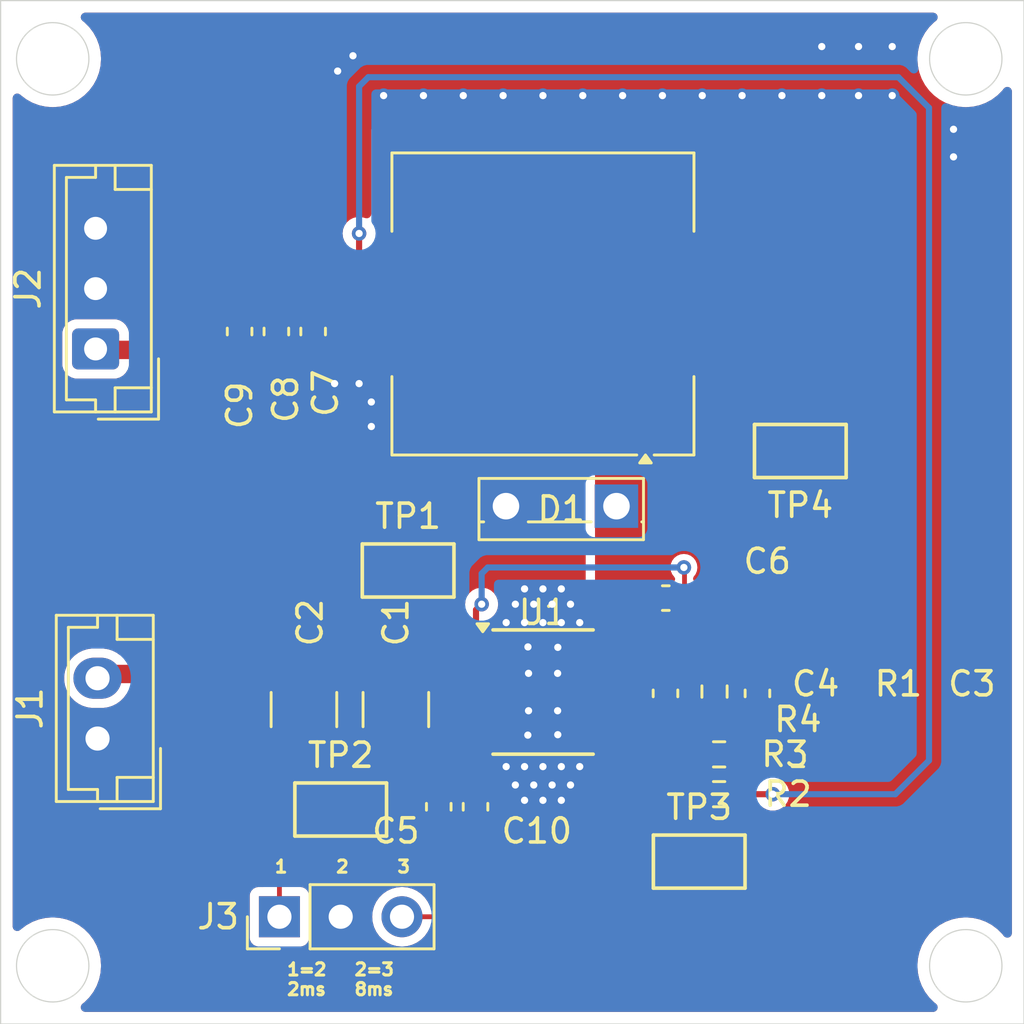
<source format=kicad_pcb>
(kicad_pcb (version 20241229) (generator "pcbnew") (generator_version "9.0")
  (layers (0 "F.Cu" signal "Top Signal") (4 "In1.Cu" power "Gnd 1") (6 "In2.Cu" power "Gnd 2") (2 "B.Cu" signal "Bottom Signal") (13 "F.Paste" user) (15 "B.Paste" user) (5 "F.SilkS" user "F.Silkscreen") (7 "B.SilkS" user "B.Silkscreen") (1 "F.Mask" user) (3 "B.Mask" user) (25 "Edge.Cuts" user))
  (net 0 "")
  (net 1 "GND")
  (net 2 "+12V")
  (net 3 "Net-(C3-Pad1)")
  (net 4 "COMP")
  (net 5 "PH")
  (net 6 "BOOT")
  (net 7 "VSENSE")
  (net 9 "Net-(R3-Pad1)")
  (net 10 "SS1")
  (net 11 "Net-(U1-SS)")
  (net 12 "SS2")
  (net 13 "/+5V")
  (footprint "TestPoint:TestPoint_Keystone_5015_Micro-Minature" (layer "F.Cu") (at 70.104 66.929)
    (property "Reference" "TP1" (at 0 -2.25 0) (layer "F.SilkS"))
    (property "Value" "TestPoint")
    (fp_line (start -1.9 -1.1) (end 1.9 -1.1) (stroke (width 0.15)) (layer "F.SilkS"))
    (fp_line (start -1.9 1.1) (end -1.9 -1.1) (stroke (width 0.15)) (layer "F.SilkS"))
    (fp_line (start 1.9 -1.1) (end 1.9 1.1) (stroke (width 0.15)) (layer "F.SilkS"))
    (fp_line (start 1.9 1.1) (end -1.9 1.1) (stroke (width 0.15)) (layer "F.SilkS"))
    (pad "1" smd rect (at 0 0) (size 3.4 1.8) (layers "F.Cu" "F.Mask" "F.Paste") (net 2 "+12V"))
  )
  (footprint "Resistor_SMD:R_0603_1608Metric" (layer "F.Cu") (at 86.261701 74.535709)
    (property "Reference" "R4" (at 0 -1.43 0) (layer "F.SilkS"))
    (property "Value" "390")
    (fp_line (start -0.237258 -0.5225) (end 0.237258 -0.5225) (stroke (width 0.12)) (layer "F.SilkS"))
    (fp_line (start -0.237258 0.5225) (end 0.237258 0.5225) (stroke (width 0.12)) (layer "F.SilkS"))
    (pad "1" smd roundrect (at -0.825 0) (size 0.8 0.95) (layers "F.Cu" "F.Mask" "F.Paste") (net 9 "Net-(R3-Pad1)"))
    (pad "2" smd roundrect (at 0.825 0) (size 0.8 0.95) (layers "F.Cu" "F.Mask" "F.Paste") (net 1 "GND"))
  )
  (footprint "Inductor_SMD:L_Coilcraft_MSS1278T-XXX" (layer "F.Cu") (at 75.692 55.88 180)
    (property "Reference" "L1" (hide yes))
    (property "Value" "12uH")
    (fp_line (start 6.26 6.26) (end 6.26 3.01) (stroke (width 0.12)) (layer "F.SilkS"))
    (fp_line (start 6.26 -6.26) (end 6.26 -3.01) (stroke (width 0.12)) (layer "F.SilkS"))
    (fp_line (start -3.89 -6.26) (end 6.26 -6.26) (stroke (width 0.12)) (layer "F.SilkS"))
    (fp_line (start -6.26 6.26) (end 6.26 6.26) (stroke (width 0.12)) (layer "F.SilkS"))
    (fp_line (start -6.26 6.26) (end -6.26 3.01) (stroke (width 0.12)) (layer "F.SilkS"))
    (fp_line (start -6.26 -6.26) (end -4.61 -6.26) (stroke (width 0.12)) (layer "F.SilkS"))
    (fp_line (start -6.26 -6.26) (end -6.26 -3.01) (stroke (width 0.12)) (layer "F.SilkS"))
    (fp_poly (pts (xy -4.25 -6.26) (xy -4.49 -6.59) (xy -4.01 -6.59) (xy -4.25 -6.26)) (stroke (width 0.12)) (fill yes) (layer "F.SilkS"))
    (pad "1" smd roundrect (at -4.25 0 180) (size 4 5.5) (layers "F.Cu" "F.Mask" "F.Paste") (net 5 "PH"))
    (pad "2" smd roundrect (at 4.25 0 180) (size 4 5.5) (layers "F.Cu" "F.Mask" "F.Paste") (net 13 "/+5V"))
  )
  (footprint "Resistor_SMD:R_0603_1608Metric" (layer "F.Cu") (at 82.995 74.549)
    (property "Reference" "R3" (at 2.73 0 0) (layer "F.SilkS"))
    (property "Value" "1.5k")
    (fp_line (start -0.237258 -0.5225) (end 0.237258 -0.5225) (stroke (width 0.12)) (layer "F.SilkS"))
    (fp_line (start -0.237258 0.5225) (end 0.237258 0.5225) (stroke (width 0.12)) (layer "F.SilkS"))
    (pad "1" smd roundrect (at -0.825 0) (size 0.8 0.95) (layers "F.Cu" "F.Mask" "F.Paste") (net 9 "Net-(R3-Pad1)"))
    (pad "2" smd roundrect (at 0.825 0) (size 0.8 0.95) (layers "F.Cu" "F.Mask" "F.Paste") (net 7 "VSENSE"))
  )
  (footprint "Capacitor_SMD:C_0603_1608Metric" (layer "F.Cu") (at 84.583 72.022 -90)
    (property "Reference" "C3" (at -0.394 -8.89 180) (layer "F.SilkS"))
    (property "Value" "1nF")
    (fp_line (start -0.14058 0.51) (end 0.14058 0.51) (stroke (width 0.12)) (layer "F.SilkS"))
    (fp_line (start -0.14058 -0.51) (end 0.14058 -0.51) (stroke (width 0.12)) (layer "F.SilkS"))
    (pad "1" smd roundrect (at -0.775 0 270) (size 0.9 0.95) (layers "F.Cu" "F.Mask" "F.Paste") (net 3 "Net-(C3-Pad1)"))
    (pad "2" smd roundrect (at 0.775 0 270) (size 0.9 0.95) (layers "F.Cu" "F.Mask" "F.Paste") (net 1 "GND"))
  )
  (footprint "Connector_PinHeader_2.54mm:PinHeader_1x03_P2.54mm_Vertical" (layer "F.Cu") (at 64.77 81.28 90)
    (property "Reference" "J3" (at 0 -2.54 180) (layer "F.SilkS"))
    (property "Value" "Slow Start")
    (fp_line (start -1.33 -1.33) (end 0 -1.33) (stroke (width 0.12)) (layer "F.SilkS"))
    (fp_line (start -1.33 0) (end -1.33 -1.33) (stroke (width 0.12)) (layer "F.SilkS"))
    (fp_line (start 1.33 1.27) (end 1.33 6.41) (stroke (width 0.12)) (layer "F.SilkS"))
    (fp_line (start -1.33 1.27) (end 1.33 1.27) (stroke (width 0.12)) (layer "F.SilkS"))
    (fp_line (start -1.33 1.27) (end -1.33 6.41) (stroke (width 0.12)) (layer "F.SilkS"))
    (fp_line (start -1.33 6.41) (end 1.33 6.41) (stroke (width 0.12)) (layer "F.SilkS"))
    (pad "1" thru_hole rect (at 0 0 90) (size 1.7 1.7) (drill 1) (layers "*.Cu" "*.Mask") (net 10 "SS1"))
    (pad "2" thru_hole oval (at 0 2.54 90) (size 1.7 1.7) (drill 1) (layers "*.Cu" "*.Mask") (net 1 "GND"))
    (pad "3" thru_hole oval (at 0 5.08 90) (size 1.7 1.7) (drill 1) (layers "*.Cu" "*.Mask") (net 12 "SS2"))
  )
  (footprint "TestPoint:TestPoint_Keystone_5015_Micro-Minature" (layer "F.Cu") (at 67.31 76.835)
    (property "Reference" "TP2" (at 0 -2.25 0) (layer "F.SilkS"))
    (property "Value" "TestPoint")
    (fp_line (start -1.9 -1.1) (end 1.9 -1.1) (stroke (width 0.15)) (layer "F.SilkS"))
    (fp_line (start -1.9 1.1) (end -1.9 -1.1) (stroke (width 0.15)) (layer "F.SilkS"))
    (fp_line (start 1.9 -1.1) (end 1.9 1.1) (stroke (width 0.15)) (layer "F.SilkS"))
    (fp_line (start 1.9 1.1) (end -1.9 1.1) (stroke (width 0.15)) (layer "F.SilkS"))
    (pad "1" smd rect (at 0 0) (size 3.4 1.8) (layers "F.Cu" "F.Mask" "F.Paste") (net 11 "Net-(U1-SS)"))
  )
  (footprint "Capacitor_SMD:C_0603_1608Metric" (layer "F.Cu") (at 71.374 76.721 90)
    (property "Reference" "C5" (at -1.003 -1.778 180) (layer "F.SilkS"))
    (property "Value" "5nF")
    (fp_line (start -0.14058 -0.51) (end 0.14058 -0.51) (stroke (width 0.12)) (layer "F.SilkS"))
    (fp_line (start -0.14058 0.51) (end 0.14058 0.51) (stroke (width 0.12)) (layer "F.SilkS"))
    (pad "1" smd roundrect (at -0.775 0 90) (size 0.9 0.95) (layers "F.Cu" "F.Mask" "F.Paste") (net 10 "SS1"))
    (pad "2" smd roundrect (at 0.775 0 90) (size 0.9 0.95) (layers "F.Cu" "F.Mask" "F.Paste") (net 11 "Net-(U1-SS)"))
  )
  (footprint "Resistor_SMD:R_0603_1608Metric" (layer "F.Cu") (at 82.995 76.2 180)
    (property "Reference" "R2" (at -2.857 0 0) (layer "F.SilkS"))
    (property "Value" "10k")
    (fp_line (start -0.237258 0.5225) (end 0.237258 0.5225) (stroke (width 0.12)) (layer "F.SilkS"))
    (fp_line (start -0.237258 -0.5225) (end 0.237258 -0.5225) (stroke (width 0.12)) (layer "F.SilkS"))
    (pad "1" smd roundrect (at -0.825 0 180) (size 0.8 0.95) (layers "F.Cu" "F.Mask" "F.Paste") (net 13 "/+5V"))
    (pad "2" smd roundrect (at 0.825 0 180) (size 0.8 0.95) (layers "F.Cu" "F.Mask" "F.Paste") (net 7 "VSENSE"))
  )
  (footprint "Package_TO_SOT_THT:TO-251-2_Vertical" (layer "F.Cu") (at 78.74 64.262 180)
    (property "Reference" "D1" (at 2.29 -0.12 0) (layer "F.SilkS"))
    (property "Value" "950mV 10A" (hide yes))
    (fp_line (start 5.7 -1.39) (end 5.7 1.15) (stroke (width 0.12)) (layer "F.SilkS"))
    (fp_line (start 5.505 -0.651) (end 5.7 -0.651) (stroke (width 0.12)) (layer "F.SilkS"))
    (fp_line (start 1.05 -0.651) (end 3.656 -0.651) (stroke (width 0.12)) (layer "F.SilkS"))
    (fp_line (start -1.12 1.15) (end 5.7 1.15) (stroke (width 0.12)) (layer "F.SilkS"))
    (fp_line (start -1.12 -0.651) (end -1.05 -0.651) (stroke (width 0.12)) (layer "F.SilkS"))
    (fp_line (start -1.12 -1.39) (end 5.7 -1.39) (stroke (width 0.12)) (layer "F.SilkS"))
    (fp_line (start -1.12 -1.39) (end -1.12 1.15) (stroke (width 0.12)) (layer "F.SilkS"))
    (pad "1" thru_hole rect (at 0 0 180) (size 1.8 1.8) (drill 1.1) (layers "*.Cu" "*.Mask") (net 5 "PH"))
    (pad "2" thru_hole circle (at 4.58 0 180) (size 1.8 1.8) (drill 1.1) (layers "*.Cu" "*.Mask") (net 1 "GND"))
  )
  (footprint "Capacitor_SMD:C_0603_1608Metric" (layer "F.Cu") (at 63.119 57.023 90)
    (property "Reference" "C9" (at -3.061 0 90) (layer "F.SilkS"))
    (property "Value" "47uF")
    (fp_line (start -0.14058 -0.51) (end 0.14058 -0.51) (stroke (width 0.12)) (layer "F.SilkS"))
    (fp_line (start -0.14058 0.51) (end 0.14058 0.51) (stroke (width 0.12)) (layer "F.SilkS"))
    (pad "1" smd roundrect (at -0.775 0 90) (size 0.9 0.95) (layers "F.Cu" "F.Mask" "F.Paste") (net 13 "/+5V"))
    (pad "2" smd roundrect (at 0.775 0 90) (size 0.9 0.95) (layers "F.Cu" "F.Mask" "F.Paste") (net 1 "GND"))
  )
  (footprint "Capacitor_SMD:C_1210_3225Metric" (layer "F.Cu") (at 65.786 72.693 -90)
    (property "Reference" "C2" (at -3.605 -0.254 270) (layer "F.SilkS"))
    (property "Value" "22uF")
    (fp_line (start -0.711252 1.36) (end 0.711252 1.36) (stroke (width 0.12)) (layer "F.SilkS"))
    (fp_line (start -0.711252 -1.36) (end 0.711252 -1.36) (stroke (width 0.12)) (layer "F.SilkS"))
    (pad "1" smd roundrect (at -1.475 0 270) (size 1.15 2.7) (layers "F.Cu" "F.Mask" "F.Paste") (roundrect_rratio 0.217391) (net 2 "+12V"))
    (pad "2" smd roundrect (at 1.475 0 270) (size 1.15 2.7) (layers "F.Cu" "F.Mask" "F.Paste") (roundrect_rratio 0.217391) (net 1 "GND"))
  )
  (footprint "Capacitor_SMD:C_1210_3225Metric" (layer "F.Cu") (at 69.596 72.693 -90)
    (property "Reference" "C1" (at -3.605 0 270) (layer "F.SilkS"))
    (property "Value" "22uF")
    (fp_line (start -0.711252 1.36) (end 0.711252 1.36) (stroke (width 0.12)) (layer "F.SilkS"))
    (fp_line (start -0.711252 -1.36) (end 0.711252 -1.36) (stroke (width 0.12)) (layer "F.SilkS"))
    (pad "1" smd roundrect (at -1.475 0 270) (size 1.15 2.7) (layers "F.Cu" "F.Mask" "F.Paste") (roundrect_rratio 0.217391) (net 2 "+12V"))
    (pad "2" smd roundrect (at 1.475 0 270) (size 1.15 2.7) (layers "F.Cu" "F.Mask" "F.Paste") (roundrect_rratio 0.217391) (net 1 "GND"))
  )
  (footprint "Capacitor_SMD:C_0603_1608Metric" (layer "F.Cu") (at 72.898 76.721 90)
    (property "Reference" "C10" (at -1.003 2.54 180) (layer "F.SilkS"))
    (property "Value" "20nF")
    (fp_line (start -0.14058 -0.51) (end 0.14058 -0.51) (stroke (width 0.12)) (layer "F.SilkS"))
    (fp_line (start -0.14058 0.51) (end 0.14058 0.51) (stroke (width 0.12)) (layer "F.SilkS"))
    (pad "1" smd roundrect (at -0.775 0 90) (size 0.9 0.95) (layers "F.Cu" "F.Mask" "F.Paste") (net 12 "SS2"))
    (pad "2" smd roundrect (at 0.775 0 90) (size 0.9 0.95) (layers "F.Cu" "F.Mask" "F.Paste") (net 11 "Net-(U1-SS)"))
  )
  (footprint "TestPoint:TestPoint_Keystone_5015_Micro-Minature" (layer "F.Cu") (at 86.36 61.976 180)
    (property "Reference" "TP4" (at 0 -2.25 0) (layer "F.SilkS"))
    (property "Value" "TestPoint")
    (fp_line (start 1.9 1.1) (end -1.9 1.1) (stroke (width 0.15)) (layer "F.SilkS"))
    (fp_line (start 1.9 -1.1) (end 1.9 1.1) (stroke (width 0.15)) (layer "F.SilkS"))
    (fp_line (start -1.9 1.1) (end -1.9 -1.1) (stroke (width 0.15)) (layer "F.SilkS"))
    (fp_line (start -1.9 -1.1) (end 1.9 -1.1) (stroke (width 0.15)) (layer "F.SilkS"))
    (pad "1" smd rect (at 0 0 180) (size 3.4 1.8) (layers "F.Cu" "F.Mask" "F.Paste") (net 5 "PH"))
  )
  (footprint "Connector_JST:JST_EH_B3B-EH-A_1x03_P2.50mm_Vertical" (layer "F.Cu") (at 57.15 57.745 90)
    (property "Reference" "J2" (at 2.5 -2.8 90) (layer "F.SilkS"))
    (property "Value" "Conn_01x03_Socket")
    (fp_line (start 7.61 -1.71) (end -2.61 -1.71) (stroke (width 0.12)) (layer "F.SilkS"))
    (fp_line (start -2.61 -1.71) (end -2.61 2.31) (stroke (width 0.12)) (layer "F.SilkS"))
    (fp_line (start 7.11 -1.21) (end 7.11 0) (stroke (width 0.12)) (layer "F.SilkS"))
    (fp_line (start -2.11 -1.21) (end 7.11 -1.21) (stroke (width 0.12)) (layer "F.SilkS"))
    (fp_line (start 7.11 0) (end 7.61 0) (stroke (width 0.12)) (layer "F.SilkS"))
    (fp_line (start -2.11 0) (end -2.11 -1.21) (stroke (width 0.12)) (layer "F.SilkS"))
    (fp_line (start -2.61 0) (end -2.11 0) (stroke (width 0.12)) (layer "F.SilkS"))
    (fp_line (start -2.91 0.11) (end -2.91 2.61) (stroke (width 0.12)) (layer "F.SilkS"))
    (fp_line (start 7.61 0.81) (end 6.61 0.81) (stroke (width 0.12)) (layer "F.SilkS"))
    (fp_line (start 6.61 0.81) (end 6.61 2.31) (stroke (width 0.12)) (layer "F.SilkS"))
    (fp_line (start -1.61 0.81) (end -1.61 2.31) (stroke (width 0.12)) (layer "F.SilkS"))
    (fp_line (start -2.61 0.81) (end -1.61 0.81) (stroke (width 0.12)) (layer "F.SilkS"))
    (fp_line (start 7.61 2.31) (end 7.61 -1.71) (stroke (width 0.12)) (layer "F.SilkS"))
    (fp_line (start -2.61 2.31) (end 7.61 2.31) (stroke (width 0.12)) (layer "F.SilkS"))
    (fp_line (start -2.91 2.61) (end -0.41 2.61) (stroke (width 0.12)) (layer "F.SilkS"))
    (pad "1" thru_hole roundrect (at 0 0 90) (size 1.7 1.95) (drill 0.95) (layers "*.Cu" "*.Mask") (roundrect_rratio 0.147059) (net 13 "/+5V"))
    (pad "2" thru_hole oval (at 2.5 0 90) (size 1.7 1.95) (drill 0.95) (layers "*.Cu" "*.Mask"))
    (pad "3" thru_hole oval (at 5 0 90) (size 1.7 1.95) (drill 0.95) (layers "*.Cu" "*.Mask") (net 1 "GND"))
  )
  (footprint "Resistor_SMD:R_0603_1608Metric" (layer "F.Cu") (at 82.804 71.946 90)
    (property "Reference" "R1" (at 0.318 7.62 180) (layer "F.SilkS"))
    (property "Value" "50k")
    (fp_line (start -0.237258 -0.5225) (end 0.237258 -0.5225) (stroke (width 0.12)) (layer "F.SilkS"))
    (fp_line (start -0.237258 0.5225) (end 0.237258 0.5225) (stroke (width 0.12)) (layer "F.SilkS"))
    (pad "1" smd roundrect (at -0.825 0 90) (size 0.8 0.95) (layers "F.Cu" "F.Mask" "F.Paste") (net 4 "COMP"))
    (pad "2" smd roundrect (at 0.825 0 90) (size 0.8 0.95) (layers "F.Cu" "F.Mask" "F.Paste") (net 3 "Net-(C3-Pad1)"))
  )
  (footprint "Capacitor_SMD:C_0603_1608Metric" (layer "F.Cu") (at 80.772 72.022 90)
    (property "Reference" "C4" (at 0.394 6.223 180) (layer "F.SilkS"))
    (property "Value" "10pF")
    (fp_line (start -0.14058 -0.51) (end 0.14058 -0.51) (stroke (width 0.12)) (layer "F.SilkS"))
    (fp_line (start -0.14058 0.51) (end 0.14058 0.51) (stroke (width 0.12)) (layer "F.SilkS"))
    (pad "1" smd roundrect (at -0.775 0 90) (size 0.9 0.95) (layers "F.Cu" "F.Mask" "F.Paste") (net 4 "COMP"))
    (pad "2" smd roundrect (at 0.775 0 90) (size 0.9 0.95) (layers "F.Cu" "F.Mask" "F.Paste") (net 1 "GND"))
  )
  (footprint "Capacitor_SMD:C_0603_1608Metric" (layer "F.Cu") (at 66.167 57.023 90)
    (property "Reference" "C7" (at -2.553 0.508 90) (layer "F.SilkS"))
    (property "Value" "47uF")
    (fp_line (start -0.14058 -0.51) (end 0.14058 -0.51) (stroke (width 0.12)) (layer "F.SilkS"))
    (fp_line (start -0.14058 0.51) (end 0.14058 0.51) (stroke (width 0.12)) (layer "F.SilkS"))
    (pad "1" smd roundrect (at -0.775 0 90) (size 0.9 0.95) (layers "F.Cu" "F.Mask" "F.Paste") (net 13 "/+5V"))
    (pad "2" smd roundrect (at 0.775 0 90) (size 0.9 0.95) (layers "F.Cu" "F.Mask" "F.Paste") (net 1 "GND"))
  )
  (footprint "Connector_JST:JST_EH_B2B-EH-A_1x02_P2.50mm_Vertical" (layer "F.Cu") (at 57.231 73.894 90)
    (property "Reference" "J1" (at 1.25 -2.8 90) (layer "F.SilkS"))
    (property "Value" "+12V In")
    (fp_line (start 5.11 -1.71) (end -2.61 -1.71) (stroke (width 0.12)) (layer "F.SilkS"))
    (fp_line (start -2.61 -1.71) (end -2.61 2.31) (stroke (width 0.12)) (layer "F.SilkS"))
    (fp_line (start 4.61 -1.21) (end 4.61 0) (stroke (width 0.12)) (layer "F.SilkS"))
    (fp_line (start -2.11 -1.21) (end 4.61 -1.21) (stroke (width 0.12)) (layer "F.SilkS"))
    (fp_line (start 4.61 0) (end 5.11 0) (stroke (width 0.12)) (layer "F.SilkS"))
    (fp_line (start -2.11 0) (end -2.11 -1.21) (stroke (width 0.12)) (layer "F.SilkS"))
    (fp_line (start -2.61 0) (end -2.11 0) (stroke (width 0.12)) (layer "F.SilkS"))
    (fp_line (start -2.91 0.11) (end -2.91 2.61) (stroke (width 0.12)) (layer "F.SilkS"))
    (fp_line (start 5.11 0.81) (end 4.11 0.81) (stroke (width 0.12)) (layer "F.SilkS"))
    (fp_line (start 4.11 0.81) (end 4.11 2.31) (stroke (width 0.12)) (layer "F.SilkS"))
    (fp_line (start -1.61 0.81) (end -1.61 2.31) (stroke (width 0.12)) (layer "F.SilkS"))
    (fp_line (start -2.61 0.81) (end -1.61 0.81) (stroke (width 0.12)) (layer "F.SilkS"))
    (fp_line (start 5.11 2.31) (end 5.11 -1.71) (stroke (width 0.12)) (layer "F.SilkS"))
    (fp_line (start -2.61 2.31) (end 5.11 2.31) (stroke (width 0.12)) (layer "F.SilkS"))
    (fp_line (start -2.91 2.61) (end -0.41 2.61) (stroke (width 0.12)) (layer "F.SilkS"))
    (pad "1" thru_hole roundrect (at 0 0 90) (size 1.7 2) (drill 1) (layers "*.Cu" "*.Mask") (roundrect_rratio 0.147059))
    (pad "2" thru_hole oval (at 2.5 0 90) (size 1.7 2) (drill 1) (layers "*.Cu" "*.Mask"))
  )
  (footprint "Capacitor_SMD:C_0603_1608Metric" (layer "F.Cu") (at 64.643 57.023 90)
    (property "Reference" "C8" (at -2.807 0.381 90) (layer "F.SilkS"))
    (property "Value" "47uF")
    (fp_line (start -0.14058 -0.51) (end 0.14058 -0.51) (stroke (width 0.12)) (layer "F.SilkS"))
    (fp_line (start -0.14058 0.51) (end 0.14058 0.51) (stroke (width 0.12)) (layer "F.SilkS"))
    (pad "1" smd roundrect (at -0.775 0 90) (size 0.9 0.95) (layers "F.Cu" "F.Mask" "F.Paste") (net 13 "/+5V"))
    (pad "2" smd roundrect (at 0.775 0 90) (size 0.9 0.95) (layers "F.Cu" "F.Mask" "F.Paste") (net 1 "GND"))
  )
  (footprint "TestPoint:TestPoint_Keystone_5015_Micro-Minature" (layer "F.Cu") (at 82.169 78.994)
    (property "Reference" "TP3" (at 0 -2.25 0) (layer "F.SilkS"))
    (property "Value" "TestPoint")
    (fp_line (start -1.9 -1.1) (end 1.9 -1.1) (stroke (width 0.15)) (layer "F.SilkS"))
    (fp_line (start -1.9 1.1) (end -1.9 -1.1) (stroke (width 0.15)) (layer "F.SilkS"))
    (fp_line (start 1.9 -1.1) (end 1.9 1.1) (stroke (width 0.15)) (layer "F.SilkS"))
    (fp_line (start 1.9 1.1) (end -1.9 1.1) (stroke (width 0.15)) (layer "F.SilkS"))
    (pad "1" smd rect (at 0 0) (size 3.4 1.8) (layers "F.Cu" "F.Mask" "F.Paste") (net 7 "VSENSE"))
  )
  (footprint "Capacitor_SMD:C_0603_1608Metric" (layer "F.Cu") (at 80.785 68.072 180)
    (property "Reference" "C6" (at -4.204 1.524 0) (layer "F.SilkS"))
    (property "Value" "100nF")
    (fp_line (start -0.14058 0.51) (end 0.14058 0.51) (stroke (width 0.12)) (layer "F.SilkS"))
    (fp_line (start -0.14058 -0.51) (end 0.14058 -0.51) (stroke (width 0.12)) (layer "F.SilkS"))
    (pad "1" smd roundrect (at -0.775 0 180) (size 0.9 0.95) (layers "F.Cu" "F.Mask" "F.Paste") (net 6 "BOOT"))
    (pad "2" smd roundrect (at 0.775 0 180) (size 0.9 0.95) (layers "F.Cu" "F.Mask" "F.Paste") (net 5 "PH"))
  )
  (footprint "Package_SO:TI_SO-PowerPAD-8" (layer "F.Cu") (at 75.697983 71.966194)
    (property "Reference" "U1" (at 0 -3.3 0) (layer "F.SilkS"))
    (property "Value" "~")
    (fp_line (start -2.075 -2.575) (end 2.075 -2.575) (stroke (width 0.15)) (layer "F.SilkS"))
    (fp_line (start -2.075 2.575) (end 2.075 2.575) (stroke (width 0.15)) (layer "F.SilkS"))
    (fp_poly (pts (xy -2.5 -2.5) (xy -2.74 -2.83) (xy -2.26 -2.83) (xy -2.5 -2.5)) (stroke (width 0.12)) (fill yes) (layer "F.SilkS"))
    (pad "1" smd rect (at -2.78 -1.905) (size 1.91 0.61) (layers "F.Cu" "F.Mask" "F.Paste") (net 6 "BOOT"))
    (pad "2" smd rect (at -2.78 -0.635) (size 1.91 0.61) (layers "F.Cu" "F.Mask" "F.Paste") (net 2 "+12V"))
    (pad "3" smd rect (at -2.78 0.635) (size 1.91 0.61) (layers "F.Cu" "F.Mask" "F.Paste"))
    (pad "4" smd rect (at -2.78 1.905) (size 1.91 0.61) (layers "F.Cu" "F.Mask" "F.Paste") (net 11 "Net-(U1-SS)"))
    (pad "5" smd rect (at 2.78 1.905) (size 1.91 0.61) (layers "F.Cu" "F.Mask" "F.Paste") (net 7 "VSENSE"))
    (pad "6" smd rect (at 2.78 0.635) (size 1.91 0.61) (layers "F.Cu" "F.Mask" "F.Paste") (net 4 "COMP"))
    (pad "7" smd rect (at 2.78 -0.635) (size 1.91 0.61) (layers "F.Cu" "F.Mask" "F.Paste") (net 1 "GND"))
    (pad "8" smd rect (at 2.78 -1.905) (size 1.91 0.61) (layers "F.Cu" "F.Mask" "F.Paste") (net 5 "PH"))
    (pad "9" smd rect (at -0.6025 -0.775) (size 1.205 1.55) (layers "F.Cu" "F.Mask" "F.Paste") (net 1 "GND"))
    (pad "9" smd rect (at -0.6025 0.775) (size 1.205 1.55) (layers "F.Cu" "F.Mask" "F.Paste") (net 1 "GND"))
    (pad "9" smd rect (at 0.6025 -0.775) (size 1.205 1.55) (layers "F.Cu" "F.Mask" "F.Paste") (net 1 "GND"))
    (pad "9" smd rect (at 0.6025 0.775) (size 1.205 1.55) (layers "F.Cu" "F.Mask" "F.Paste") (net 1 "GND"))
  )
  (gr_circle (center 55.372 83.312) (end 56.871997 83.312) (stroke (width 0.05)) (fill no) (layer "Edge.Cuts"))
  (gr_rect (start 53.213 43.307) (end 95.631 85.725) (stroke (width 0.05)) (fill no) (layer "Edge.Cuts"))
  (gr_circle (center 93.218 45.72) (end 94.717997 45.72) (stroke (width 0.05)) (fill no) (layer "Edge.Cuts"))
  (gr_circle (center 93.218 83.312) (end 94.717997 83.312) (stroke (width 0.05)) (fill no) (layer "Edge.Cuts"))
  (gr_circle (center 55.372 45.72) (end 56.871997 45.72) (stroke (width 0.05)) (fill no) (layer "Edge.Cuts"))
  (gr_text "2=3\n8ms" (at 67.818 84.582 0) (layer "F.SilkS") (effects (font (size 0.508 0.508) (thickness 0.127) (bold yes)) (justify left bottom)))
  (gr_text "1" (at 64.516 79.502 0) (layer "F.SilkS") (effects (font (size 0.508 0.508) (thickness 0.127) (bold yes)) (justify left bottom)))
  (gr_text "3" (at 69.596 79.502 0) (layer "F.SilkS") (effects (font (size 0.508 0.508) (thickness 0.127) (bold yes)) (justify left bottom)))
  (gr_text "1=2 \n2ms" (at 65.024 84.582 0) (layer "F.SilkS") (effects (font (size 0.508 0.508) (thickness 0.127) (bold yes)) (justify left bottom)))
  (gr_text "2" (at 67.056 79.502 0) (layer "F.SilkS") (effects (font (size 0.508 0.508) (thickness 0.127) (bold yes)) (justify left bottom)))
  (segment (start 76.440483 71.331194) (end 76.300483 71.191194) (width 0.254) (layer "F.Cu") (net 1))
  (segment (start 78.477983 71.331194) (end 80.687806 71.331194) (width 0.254) (layer "F.Cu") (net 1))
  (segment (start 78.477983 71.331194) (end 76.440483 71.331194) (width 0.254) (layer "F.Cu") (net 1))
  (segment (start 80.687806 71.331194) (end 80.772 71.247) (width 0.254) (layer "F.Cu") (net 1))
  (via (at 74.93 69.088) (size 0.6) (drill 0.3) (layers "F.Cu" "B.Cu") (net 1))
  (via (at 74.93 76.454) (size 0.6) (drill 0.3) (layers "F.Cu" "B.Cu") (net 1))
  (via (at 76.454 75.057) (size 0.6) (drill 0.3) (layers "F.Cu" "B.Cu") (net 1))
  (via (at 68.58 60.96) (size 0.6) (drill 0.3) (layers "F.Cu" "B.Cu") (net 1))
  (via (at 69.088 47.244) (size 0.6) (drill 0.3) (layers "F.Cu" "B.Cu") (net 1))
  (via (at 75.095483 72.741194) (size 0.6) (drill 0.3) (layers "F.Cu" "B.Cu") (net 1))
  (via (at 77.216 75.057) (size 0.6) (drill 0.3) (layers "F.Cu" "B.Cu") (net 1))
  (via (at 74.168 69.088) (size 0.6) (drill 0.3) (layers "F.Cu" "B.Cu") (net 1))
  (via (at 88.773 45.212) (size 0.6) (drill 0.3) (layers "F.Cu" "B.Cu") (net 1))
  (via (at 70.739 47.244) (size 0.6) (drill 0.3) (layers "F.Cu" "B.Cu") (net 1))
  (via (at 90.17 45.212) (size 0.6) (drill 0.3) (layers "F.Cu" "B.Cu") (net 1))
  (via (at 82.296 47.244) (size 0.6) (drill 0.3) (layers "F.Cu" "B.Cu") (net 1))
  (via (at 76.073 68.326) (size 0.6) (drill 0.3) (layers "F.Cu" "B.Cu") (net 1))
  (via (at 74.549 68.326) (size 0.6) (drill 0.3) (layers "F.Cu" "B.Cu") (net 1))
  (via (at 85.598 47.244) (size 0.6) (drill 0.3) (layers "F.Cu" "B.Cu") (net 1))
  (via (at 77.216 69.088) (size 0.6) (drill 0.3) (layers "F.Cu" "B.Cu") (net 1))
  (via (at 88.773 47.244) (size 0.6) (drill 0.3) (layers "F.Cu" "B.Cu") (net 1))
  (via (at 75.311 68.326) (size 0.6) (drill 0.3) (layers "F.Cu" "B.Cu") (net 1))
  (via (at 87.249 45.212) (size 0.6) (drill 0.3) (layers "F.Cu" "B.Cu") (net 1))
  (via (at 67.183 46.228) (size 0.6) (drill 0.3) (layers "F.Cu" "B.Cu") (net 1))
  (via (at 75.095483 71.191194) (size 0.6) (drill 0.3) (layers "F.Cu" "B.Cu") (net 1))
  (via (at 67.818 45.593) (size 0.6) (drill 0.3) (layers "F.Cu" "B.Cu") (net 1))
  (via (at 68.58 59.944) (size 0.6) (drill 0.3) (layers "F.Cu" "B.Cu") (net 1))
  (via (at 75.692 47.244) (size 0.6) (drill 0.3) (layers "F.Cu" "B.Cu") (net 1))
  (via (at 74.168 75.057) (size 0.6) (drill 0.3) (layers "F.Cu" "B.Cu") (net 1))
  (via (at 76.454 69.088) (size 0.6) (drill 0.3) (layers "F.Cu" "B.Cu") (net 1))
  (via (at 83.947 47.244) (size 0.6) (drill 0.3) (layers "F.Cu" "B.Cu") (net 1))
  (via (at 74.549 75.819) (size 0.6) (drill 0.3) (layers "F.Cu" "B.Cu") (net 1))
  (via (at 75.692 67.691) (size 0.6) (drill 0.3) (layers "F.Cu" "B.Cu") (net 1))
  (via (at 74.041 47.244) (size 0.6) (drill 0.3) (layers "F.Cu" "B.Cu") (net 1))
  (via (at 76.073 75.819) (size 0.6) (drill 0.3) (layers "F.Cu" "B.Cu") (net 1))
  (via (at 78.994 47.244) (size 0.6) (drill 0.3) (layers "F.Cu" "B.Cu") (net 1))
  (via (at 74.93 75.057) (size 0.6) (drill 0.3) (layers "F.Cu" "B.Cu") (net 1))
  (via (at 75.311 75.819) (size 0.6) (drill 0.3) (layers "F.Cu" "B.Cu") (net 1))
  (via (at 76.300483 72.741194) (size 0.6) (drill 0.3) (layers "F.Cu" "B.Cu") (net 1))
  (via (at 76.835 68.326) (size 0.6) (drill 0.3) (layers "F.Cu" "B.Cu") (net 1))
  (via (at 67.056 59.182) (size 0.6) (drill 0.3) (layers "F.Cu" "B.Cu") (net 1))
  (via (at 72.39 47.244) (size 0.6) (drill 0.3) (layers "F.Cu" "B.Cu") (net 1))
  (via (at 76.300483 71.191194) (size 0.6) (drill 0.3) (layers "F.Cu" "B.Cu") (net 1))
  (via (at 80.645 47.244) (size 0.6) (drill 0.3) (layers "F.Cu" "B.Cu") (net 1))
  (via (at 90.17 47.244) (size 0.6) (drill 0.3) (layers "F.Cu" "B.Cu") (net 1))
  (via (at 75.070917 70.09607) (size 0.6) (drill 0.3) (layers "F.Cu" "B.Cu") (net 1))
  (via (at 75.065894 73.752224) (size 0.6) (drill 0.3) (layers "F.Cu" "B.Cu") (net 1))
  (via (at 92.71 48.641) (size 0.6) (drill 0.3) (layers "F.Cu" "B.Cu") (net 1))
  (via (at 87.249 47.244) (size 0.6) (drill 0.3) (layers "F.Cu" "B.Cu") (net 1))
  (via (at 76.309129 70.113929) (size 0.6) (drill 0.3) (layers "F.Cu" "B.Cu") (net 1))
  (via (at 74.93 67.691) (size 0.6) (drill 0.3) (layers "F.Cu" "B.Cu") (net 1))
  (via (at 92.71 49.784) (size 0.6) (drill 0.3) (layers "F.Cu" "B.Cu") (net 1))
  (via (at 76.454 67.691) (size 0.6) (drill 0.3) (layers "F.Cu" "B.Cu") (net 1))
  (via (at 75.692 69.088) (size 0.6) (drill 0.3) (layers "F.Cu" "B.Cu") (net 1))
  (via (at 75.692 76.454) (size 0.6) (drill 0.3) (layers "F.Cu" "B.Cu") (net 1))
  (via (at 76.835 75.819) (size 0.6) (drill 0.3) (layers "F.Cu" "B.Cu") (net 1))
  (via (at 75.692 75.057) (size 0.6) (drill 0.3) (layers "F.Cu" "B.Cu") (net 1))
  (via (at 68.072 59.182) (size 0.6) (drill 0.3) (layers "F.Cu" "B.Cu") (net 1))
  (via (at 77.343 47.244) (size 0.6) (drill 0.3) (layers "F.Cu" "B.Cu") (net 1))
  (via (at 76.454 76.454) (size 0.6) (drill 0.3) (layers "F.Cu" "B.Cu") (net 1))
  (via (at 76.307083 73.734365) (size 0.6) (drill 0.3) (layers "F.Cu" "B.Cu") (net 1))
  (segment (start 69.596 71.12) (end 71.882 71.12) (width 0.762) (layer "F.Cu") (net 2))
  (segment (start 71.247 68.326) (end 71.247 67.183) (width 0.762) (layer "F.Cu") (net 2))
  (segment (start 57.306 71.218) (end 65.786 71.218) (width 0.762) (layer "F.Cu") (net 2))
  (segment (start 71.882 71.12) (end 72.706789 71.12) (width 0.762) (layer "F.Cu") (net 2))
  (segment (start 72.706789 71.12) (end 72.917983 71.331194) (width 0.762) (layer "F.Cu") (net 2))
  (segment (start 70.612 71.374) (end 72.785 71.374) (width 0.762) (layer "F.Cu") (net 2))
  (segment (start 68.326 71.374) (end 70.612 71.374) (width 0.762) (layer "F.Cu") (net 2))
  (segment (start 71.882 71.12) (end 71.247 70.485) (width 0.762) (layer "F.Cu") (net 2))
  (segment (start 65.786 71.218) (end 69.596 71.218) (width 0.762) (layer "F.Cu") (net 2))
  (segment (start 57.15 71.374) (end 57.306 71.218) (width 0.762) (layer "F.Cu") (net 2))
  (segment (start 71.247 70.485) (end 71.247 68.326) (width 0.762) (layer "F.Cu") (net 2))
  (segment (start 82.93 71.247) (end 82.804 71.121) (width 0.254) (layer "F.Cu") (net 3))
  (segment (start 84.582 71.247) (end 82.93 71.247) (width 0.254) (layer "F.Cu") (net 3))
  (segment (start 80.772 72.797) (end 82.778 72.797) (width 0.254) (layer "F.Cu") (net 4))
  (segment (start 82.778 72.797) (end 82.804 72.771) (width 0.254) (layer "F.Cu") (net 4))
  (segment (start 78.477983 72.601194) (end 80.576194 72.601194) (width 0.254) (layer "F.Cu") (net 4))
  (segment (start 80.576194 72.601194) (end 80.772 72.797) (width 0.254) (layer "F.Cu") (net 4))
  (segment (start 84.328 63.246) (end 84.328 63.754) (width 0.762) (layer "F.Cu") (net 5))
  (segment (start 84.582 62.103) (end 84.328 61.849) (width 0.762) (layer "F.Cu") (net 5))
  (segment (start 84.328 60.833) (end 84.328 61.849) (width 0.762) (layer "F.Cu") (net 5))
  (segment (start 84.328 56.896) (end 84.328 60.833) (width 0.762) (layer "F.Cu") (net 5))
  (segment (start 78.477983 67.564) (end 78.477983 66.802) (width 0.762) (layer "F.Cu") (net 5))
  (segment (start 86.36 62.103) (end 84.582 62.103) (width 0.762) (layer "F.Cu") (net 5))
  (segment (start 78.477983 66.802) (end 78.477983 64.524017) (width 0.762) (layer "F.Cu") (net 5))
  (segment (start 85.471 62.103) (end 86.36 62.103) (width 0.762) (layer "F.Cu") (net 5))
  (segment (start 83.82 64.262) (end 78.74 64.262) (width 0.762) (layer "F.Cu") (net 5))
  (segment (start 84.328 63.246) (end 85.471 62.103) (width 0.762) (layer "F.Cu") (net 5))
  (segment (start 79.942 55.88) (end 83.312 55.88) (width 0.762) (layer "F.Cu") (net 5))
  (segment (start 78.477983 68.58) (end 78.985983 68.072) (width 0.762) (layer "F.Cu") (net 5))
  (segment (start 78.477983 68.58) (end 78.477983 66.802) (width 0.762) (layer "F.Cu") (net 5))
  (segment (start 78.985983 68.072) (end 80.01 68.072) (width 0.762) (layer "F.Cu") (net 5))
  (segment (start 78.477983 70.061194) (end 78.477983 68.58) (width 0.762) (layer "F.Cu") (net 5))
  (segment (start 83.312 55.88) (end 84.328 56.896) (width 0.762) (layer "F.Cu") (net 5))
  (segment (start 78.477983 64.524017) (end 78.74 64.262) (width 0.762) (layer "F.Cu") (net 5))
  (segment (start 84.328 61.849) (end 84.328 63.246) (width 0.762) (layer "F.Cu") (net 5))
  (segment (start 84.328 63.754) (end 83.82 64.262) (width 0.762) (layer "F.Cu") (net 5))
  (segment (start 85.598 62.103) (end 84.328 60.833) (width 0.762) (layer "F.Cu") (net 5))
  (segment (start 86.36 62.103) (end 85.598 62.103) (width 0.762) (layer "F.Cu") (net 5))
  (segment (start 78.985983 68.072) (end 78.477983 67.564) (width 0.762) (layer "F.Cu") (net 5))
  (segment (start 81.56 66.828) (end 81.56 68.072) (width 0.2) (layer "F.Cu") (net 6))
  (segment (start 73.152 68.326) (end 72.917983 68.560017) (width 0.254) (layer "F.Cu") (net 6))
  (segment (start 72.917983 68.560017) (end 72.917983 70.061194) (width 0.254) (layer "F.Cu") (net 6))
  (segment (start 81.534 66.802) (end 81.56 66.828) (width 0.2) (layer "F.Cu") (net 6))
  (via (at 81.534 66.802) (size 0.6) (drill 0.3) (layers "F.Cu" "B.Cu") (net 6))
  (via (at 73.152 68.326) (size 0.6) (drill 0.3) (layers "F.Cu" "B.Cu") (net 6))
  (segment (start 73.406 66.802) (end 73.152 67.056) (width 0.254) (layer "B.Cu") (net 6))
  (segment (start 81.534 66.802) (end 73.406 66.802) (width 0.254) (layer "B.Cu") (net 6))
  (segment (start 73.152 67.056) (end 73.152 68.326) (width 0.254) (layer "B.Cu") (net 6))
  (segment (start 85.42341 74.549) (end 85.436701 74.535709) (width 0.2) (layer "F.Cu") (net 7))
  (segment (start 79.205194 73.871194) (end 79.883 74.549) (width 0.254) (layer "F.Cu") (net 7))
  (segment (start 79.883 74.549) (end 82.17 74.549) (width 0.254) (layer "F.Cu") (net 7))
  (segment (start 83.82 74.549) (end 85.42341 74.549) (width 0.2) (layer "F.Cu") (net 7))
  (segment (start 82.17 76.201) (end 82.169 76.202) (width 0.254) (layer "F.Cu") (net 7))
  (segment (start 78.477983 73.871194) (end 79.205194 73.871194) (width 0.254) (layer "F.Cu") (net 7))
  (segment (start 82.17 74.549) (end 82.17 76.2) (width 0.254) (layer "F.Cu") (net 7))
  (segment (start 82.17 76.2) (end 82.17 76.201) (width 0.254) (layer "F.Cu") (net 7))
  (segment (start 82.169 76.202) (end 82.169 78.994) (width 0.254) (layer "F.Cu") (net 7))
  (segment (start 70.612 78.74) (end 65.786 78.74) (width 0.2) (layer "F.Cu") (net 10))
  (segment (start 71.374 77.496) (end 71.374 77.978) (width 0.2) (layer "F.Cu") (net 10))
  (segment (start 64.77 79.756) (end 64.77 81.28) (width 0.2) (layer "F.Cu") (net 10))
  (segment (start 65.786 78.74) (end 64.77 79.756) (width 0.2) (layer "F.Cu") (net 10))
  (segment (start 71.374 77.978) (end 70.612 78.74) (width 0.2) (layer "F.Cu") (net 10))
  (segment (start 72.898 75.438) (end 72.898 75.946) (width 0.2) (layer "F.Cu") (net 11))
  (segment (start 72.917983 75.184) (end 72.917983 75.926017) (width 0.2) (layer "F.Cu") (net 11))
  (segment (start 72.917983 75.184) (end 72.644 75.184) (width 0.2) (layer "F.Cu") (net 11))
  (segment (start 72.644 75.184) (end 72.663983 75.184) (width 0.2) (layer "F.Cu") (net 11))
  (segment (start 72.644 75.184) (end 68.961 75.184) (width 0.2) (layer "F.Cu") (net 11))
  (segment (start 72.917983 75.926017) (end 72.898 75.946) (width 0.2) (layer "F.Cu") (net 11))
  (segment (start 72.917983 74.93) (end 72.917983 75.184) (width 0.2) (layer "F.Cu") (net 11))
  (segment (start 72.663983 75.184) (end 72.917983 74.93) (width 0.2) (layer "F.Cu") (net 11))
  (segment (start 72.898 75.946) (end 71.374 75.946) (width 0.2) (layer "F.Cu") (net 11))
  (segment (start 72.644 75.184) (end 72.898 75.438) (width 0.2) (layer "F.Cu") (net 11))
  (segment (start 68.961 75.184) (end 67.31 76.835) (width 0.2) (layer "F.Cu") (net 11))
  (segment (start 72.917983 73.871194) (end 72.917983 74.93) (width 0.2) (layer "F.Cu") (net 11))
  (segment (start 71.628 81.28) (end 69.85 81.28) (width 0.2) (layer "F.Cu") (net 12))
  (segment (start 72.898 80.01) (end 71.628 81.28) (width 0.2) (layer "F.Cu") (net 12))
  (segment (start 72.898 77.496) (end 72.898 80.01) (width 0.2) (layer "F.Cu") (net 12))
  (segment (start 69.524 57.798) (end 71.442 55.88) (width 0.762) (layer "F.Cu") (net 13))
  (segment (start 64.63 57.785) (end 64.643 57.798) (width 0.762) (layer "F.Cu") (net 13))
  (segment (start 70.612 57.912) (end 69.723 57.912) (width 0.762) (layer "F.Cu") (net 13))
  (segment (start 57.317 57.785) (end 64.63 57.785) (width 0.762) (layer "F.Cu") (net 13))
  (segment (start 71.442 55.88) (end 71.442 56.193) (width 0.762) (layer "F.Cu") (net 13))
  (segment (start 66.167 57.798) (end 69.524 57.798) (width 0.762) (layer "F.Cu") (net 13))
  (segment (start 68.072 57.277) (end 68.072 57.658) (width 0.254) (layer "F.Cu") (net 13))
  (segment (start 83.82 76.2) (end 85.217 76.2) (width 0.254) (layer "F.Cu") (net 13))
  (segment (start 57.277 57.745) (end 57.317 57.785) (width 0.762) (layer "F.Cu") (net 13))
  (segment (start 71.442 56.193) (end 69.723 57.912) (width 0.762) (layer "F.Cu") (net 13))
  (segment (start 68.072 57.277) (end 68.707 57.912) (width 0.254) (layer "F.Cu") (net 13))
  (segment (start 71.374 57.15) (end 70.612 57.912) (width 0.762) (layer "F.Cu") (net 13))
  (segment (start 68.072 57.277) (end 67.437 57.912) (width 0.254) (layer "F.Cu") (net 13))
  (segment (start 66.167 57.798) (end 63.119 57.798) (width 0.762) (layer "F.Cu") (net 13))
  (segment (start 68.072 57.531) (end 67.691 57.912) (width 0.254) (layer "F.Cu") (net 13))
  (segment (start 68.707 57.912) (end 68.834 57.912) (width 0.254) (layer "F.Cu") (net 13))
  (segment (start 68.072 57.277) (end 68.072 57.531) (width 0.254) (layer "F.Cu") (net 13))
  (segment (start 68.072 52.959) (end 68.072 57.277) (width 0.254) (layer "F.Cu") (net 13))
  (segment (start 68.072 57.658) (end 68.326 57.912) (width 0.254) (layer "F.Cu") (net 13))
  (via (at 68.072 52.959) (size 0.6) (drill 0.3) (layers "F.Cu" "B.Cu") (net 13))
  (via (at 85.217 76.2) (size 0.6) (drill 0.3) (layers "F.Cu" "B.Cu") (net 13))
  (segment (start 91.694 74.803) (end 90.297 76.2) (width 0.254) (layer "B.Cu") (net 13))
  (segment (start 91.694 47.752) (end 91.694 74.803) (width 0.254) (layer "B.Cu") (net 13))
  (segment (start 90.297 76.2) (end 85.217 76.2) (width 0.254) (layer "B.Cu") (net 13))
  (segment (start 68.453 46.482) (end 90.424 46.482) (width 0.254) (layer "B.Cu") (net 13))
  (segment (start 90.424 46.482) (end 91.694 47.752) (width 0.254) (layer "B.Cu") (net 13))
  (segment (start 68.072 46.863) (end 68.453 46.482) (width 0.254) (layer "B.Cu") (net 13))
  (segment (start 68.072 52.959) (end 68.072 46.863) (width 0.254) (layer "B.Cu") (net 13))
  (zone (net 0) (net_name "") (layer "F.Cu") (connect_pads (clearance 0)) (min_thickness 0.25)
    (keepout (tracks allowed) (vias allowed) (pads allowed) (copperpour not_allowed) (footprints allowed))
    (fill (thermal_gap 0.5) (thermal_bridge_width 0.5))
    (polygon (pts (xy 68.58 49.911) (xy 73.406 49.784) (xy 73.406 52.832) (xy 68.58 52.832)))
  )
  (zone (net 0) (net_name "") (layer "F.Cu") (connect_pads yes (clearance 0)) (min_thickness 0.25)
    (keepout (tracks allowed) (vias allowed) (pads allowed) (copperpour not_allowed) (footprints allowed))
    (fill (thermal_gap 0.5) (thermal_bridge_width 0.5) (island_removal_mode 1) (island_area_min 9.999999))
    (polygon (pts (xy 77.47 61.976) (xy 77.47 65.786) (xy 75.438 65.786) (xy 75.438 61.976)))
  )
  (zone (net 5) (net_name "PH") (layer "F.Cu") (priority 1) (connect_pads yes (clearance 0.254)) (min_thickness 0.25) (fill yes (thermal_gap 0.5) (thermal_bridge_width 0.5))
    (polygon (pts (xy 77.851 50.038) (xy 78.105 49.784) (xy 86.995 49.819856) (xy 87.376 50.165) (xy 87.376 70.104) (xy 77.851 70.104)))
  )
  (zone (net 0) (net_name "") (layer "F.Cu") (connect_pads (clearance 0)) (min_thickness 0.25)
    (keepout (tracks allowed) (vias allowed) (pads allowed) (copperpour not_allowed) (footprints allowed))
    (fill (thermal_gap 0.5) (thermal_bridge_width 0.5))
    (polygon (pts (xy 68.960987 49.278258) (xy 77.743522 49.330316) (xy 77.724 49.911) (xy 69.215 49.911) (xy 68.58 49.911) (xy 68.58 49.276)))
  )
  (zone (net 0) (net_name "") (layer "F.Cu") (connect_pads (clearance 0)) (min_thickness 0.25)
    (keepout (tracks allowed) (vias allowed) (pads allowed) (copperpour not_allowed) (footprints allowed))
    (fill (thermal_gap 0.5) (thermal_bridge_width 0.5))
    (polygon (pts (xy 68.579985 48.639608) (xy 69.214985 48.131608) (xy 90.169985 48.131608) (xy 90.550985 48.639608) (xy 90.550985 60.069608) (xy 90.550985 61.847608) (xy 90.550985 62.736608) (xy 90.550985 63.181108) (xy 90.550985 63.403358) (xy 90.550985 63.754) (xy 90.297 64.008) (xy 88.773 64.021915) (xy 88.556405 63.76408) (xy 88.575821 60.596675) (xy 87.883985 60.069608) (xy 87.883985 50.163608) (xy 87.629985 49.782608) (xy 68.579985 49.655608)))
  )
  (zone (net 0) (net_name "") (layer "F.Cu") (connect_pads yes (clearance 0)) (min_thickness 0.25)
    (keepout (tracks allowed) (vias allowed) (pads allowed) (copperpour not_allowed) (footprints allowed))
    (fill (thermal_gap 0.5) (thermal_bridge_width 0.5) (island_removal_mode 1) (island_area_min 9.999999))
    (polygon (pts (xy 77.724 49.784) (xy 77.724 61.976) (xy 73.406 61.976) (xy 73.406 49.784)))
  )
  (zone (net 1) (net_name "GND") (layers "F.Cu" "B.Cu" "In1.Cu" "In2.Cu") (connect_pads yes (clearance 0.381)) (min_thickness 0.381) (fill yes (thermal_gap 0.5) (thermal_bridge_width 0.5) (smoothing chamfer))
    (polygon (pts (xy 53.213 43.307) (xy 95.631 43.307) (xy 95.631 85.725) (xy 53.213 85.725)))
  )
  (zone (net 0) (net_name "") (layers "F.Cu" "Edge.Cuts") (connect_pads yes (clearance 0)) (min_thickness 0.381)
    (keepout (tracks allowed) (vias allowed) (pads allowed) (copperpour not_allowed) (footprints allowed))
    (fill (thermal_gap 0.5) (thermal_bridge_width 0.5))
    (polygon (pts (xy 87.757 63.246) (xy 88.773 63.246) (xy 88.773 64.008) (xy 87.757 64.008)))
  )
)
</source>
